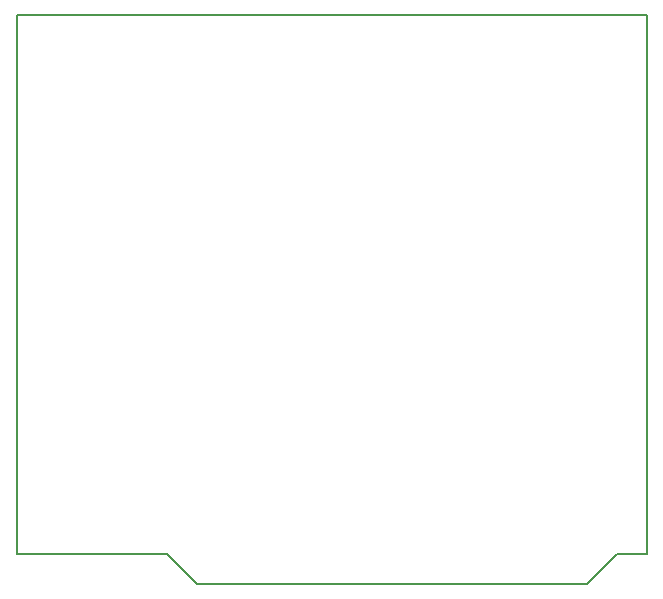
<source format=gbr>
%FSLAX34Y34*%
%MOMM*%
%LNOUTLINE*%
G71*
G01*
%ADD10C, 0.20*%
%LPD*%
G54D10*
X1191Y24606D02*
X1191Y480615D01*
X534194Y480615D01*
X534194Y24606D01*
G54D10*
X534194Y24606D02*
X509191Y24606D01*
X483791Y-794D01*
X153194Y-794D01*
X127794Y24606D01*
X1191Y24606D01*
M02*

</source>
